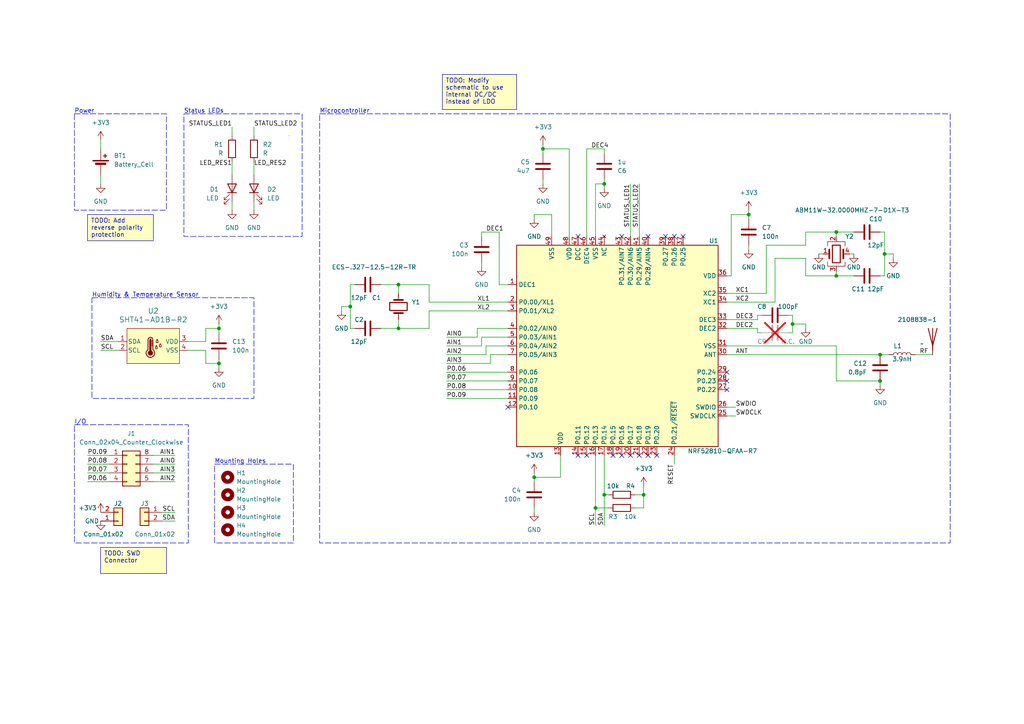
<source format=kicad_sch>
(kicad_sch (version 20230121) (generator eeschema)
  (paper "A4")
  (lib_symbols
    (symbol "Connector_Generic:Conn_01x02" (pin_names (offset 1.016) hide)
      (property "Reference" "J" (at 0 2.54 0))
      (property "Value" "Conn_01x02" (at 0 -5.08 0))
      (symbol "Conn_01x02_1_1"
        (rectangle (start -1.27 -2.413) (end 0 -2.667) (stroke (width 0.1524)))
        (rectangle (start -1.27 0.127) (end 0 -0.127) (stroke (width 0.1524)))
        (rectangle (start -1.27 1.27) (end 1.27 -3.81) (stroke (width 0.254)) (fill (type background)))
        (pin passive line (at -5.08 0 0) (length 3.81) (name "Pin_1") (number "1"))
        (pin passive line (at -5.08 -2.54 0) (length 3.81) (name "Pin_2") (number "2"))
      )
    )
    (symbol "Connector_Generic:Conn_02x04_Counter_Clockwise" (pin_names (offset 1.016) hide)
      (property "Reference" "J" (at 1.27 5.08 0))
      (property "Value" "Conn_02x04_Counter_Clockwise" (at 1.27 -7.62 0))
      (symbol "Conn_02x04_Counter_Clockwise_1_1"
        (rectangle (start -1.27 -4.953) (end 0 -5.207) (stroke (width 0.1524)))
        (rectangle (start -1.27 -2.413) (end 0 -2.667) (stroke (width 0.1524)))
        (rectangle (start -1.27 0.127) (end 0 -0.127) (stroke (width 0.1524)))
        (rectangle (start -1.27 2.667) (end 0 2.413) (stroke (width 0.1524)))
        (rectangle (start -1.27 3.81) (end 3.81 -6.35) (stroke (width 0.254)) (fill (type background)))
        (rectangle (start 3.81 -4.953) (end 2.54 -5.207) (stroke (width 0.1524)))
        (rectangle (start 3.81 -2.413) (end 2.54 -2.667) (stroke (width 0.1524)))
        (rectangle (start 3.81 0.127) (end 2.54 -0.127) (stroke (width 0.1524)))
        (rectangle (start 3.81 2.667) (end 2.54 2.413) (stroke (width 0.1524)))
        (pin passive line (at -5.08 2.54 0) (length 3.81) (name "Pin_1") (number "1"))
        (pin passive line (at -5.08 0 0) (length 3.81) (name "Pin_2") (number "2"))
        (pin passive line (at -5.08 -2.54 0) (length 3.81) (name "Pin_3") (number "3"))
        (pin passive line (at -5.08 -5.08 0) (length 3.81) (name "Pin_4") (number "4"))
        (pin passive line (at 7.62 -5.08 180) (length 3.81) (name "Pin_5") (number "5"))
        (pin passive line (at 7.62 -2.54 180) (length 3.81) (name "Pin_6") (number "6"))
        (pin passive line (at 7.62 0 180) (length 3.81) (name "Pin_7") (number "7"))
        (pin passive line (at 7.62 2.54 180) (length 3.81) (name "Pin_8") (number "8"))
      )
    )
    (symbol "Device:Antenna" (pin_numbers hide) (pin_names (offset 1.016) hide)
      (property "Reference" "AE" (at -1.905 1.905 0))
      (property "Value" "Antenna" (at -1.905 0 0))
      (symbol "Antenna_0_1"
        (polyline (pts (xy 0 2.54) (xy 0 -3.81)) (stroke (width 0.254)))
        (polyline (pts (xy 1.27 2.54) (xy 0 -2.54) (xy -1.27 2.54)) (stroke (width 0.254)))
      )
      (symbol "Antenna_1_1"
        (pin input line (at 0 -5.08 90) (length 2.54) (name "A") (number "1"))
      )
    )
    (symbol "Device:Battery_Cell" (pin_numbers hide) (pin_names (offset 0) hide)
      (property "Reference" "BT" (at 2.54 2.54 0))
      (property "Value" "Battery_Cell" (at 2.54 0 0))
      (symbol "Battery_Cell_0_1"
        (rectangle (start -2.286 1.778) (end 2.286 1.524) (fill (type outline)))
        (rectangle (start -1.524 1.016) (end 1.524 0.508) (fill (type outline)))
        (polyline (pts (xy 0 0.762) (xy 0 0)))
        (polyline (pts (xy 0 1.778) (xy 0 2.54)))
        (polyline (pts (xy 0.762 3.048) (xy 1.778 3.048)) (stroke (width 0.254)))
        (polyline (pts (xy 1.27 3.556) (xy 1.27 2.54)) (stroke (width 0.254)))
      )
      (symbol "Battery_Cell_1_1"
        (pin passive line (at 0 5.08 270) (length 2.54) (name "+") (number "1"))
        (pin passive line (at 0 -2.54 90) (length 2.54) (name "-") (number "2"))
      )
    )
    (symbol "Device:C" (pin_numbers hide) (pin_names (offset 0.254))
      (property "Reference" "C" (at 0.635 2.54 0))
      (property "Value" "C" (at 0.635 -2.54 0))
      (symbol "C_0_1"
        (polyline (pts (xy -2.032 -0.762) (xy 2.032 -0.762)) (stroke (width 0.508)))
        (polyline (pts (xy -2.032 0.762) (xy 2.032 0.762)) (stroke (width 0.508)))
      )
      (symbol "C_1_1"
        (pin passive line (at 0 3.81 270) (length 2.794) (name "~") (number "1"))
        (pin passive line (at 0 -3.81 90) (length 2.794) (name "~") (number "2"))
      )
    )
    (symbol "Device:Crystal" (pin_numbers hide) (pin_names (offset 1.016) hide)
      (property "Reference" "Y" (at 0 3.81 0))
      (property "Value" "Crystal" (at 0 -3.81 0))
      (symbol "Crystal_0_1"
        (rectangle (start -1.143 2.54) (end 1.143 -2.54) (stroke (width 0.3048)))
        (polyline (pts (xy -2.54 0) (xy -1.905 0)))
        (polyline (pts (xy -1.905 -1.27) (xy -1.905 1.27)) (stroke (width 0.508)))
        (polyline (pts (xy 1.905 -1.27) (xy 1.905 1.27)) (stroke (width 0.508)))
        (polyline (pts (xy 2.54 0) (xy 1.905 0)))
      )
      (symbol "Crystal_1_1"
        (pin passive line (at -3.81 0 0) (length 1.27) (name "1") (number "1"))
        (pin passive line (at 3.81 0 180) (length 1.27) (name "2") (number "2"))
      )
    )
    (symbol "Device:Crystal_GND23" (pin_names (offset 1.016) hide)
      (property "Reference" "Y" (at 3.175 5.08 0))
      (property "Value" "Crystal_GND23" (at 3.175 3.175 0))
      (symbol "Crystal_GND23_0_1"
        (rectangle (start -1.143 2.54) (end 1.143 -2.54) (stroke (width 0.3048)))
        (polyline (pts (xy -2.54 0) (xy -2.032 0)))
        (polyline (pts (xy -2.032 -1.27) (xy -2.032 1.27)) (stroke (width 0.508)))
        (polyline (pts (xy 0 -3.81) (xy 0 -3.556)))
        (polyline (pts (xy 0 3.556) (xy 0 3.81)))
        (polyline (pts (xy 2.032 -1.27) (xy 2.032 1.27)) (stroke (width 0.508)))
        (polyline (pts (xy 2.032 0) (xy 2.54 0)))
        (polyline (pts (xy -2.54 -2.286) (xy -2.54 -3.556) (xy 2.54 -3.556) (xy 2.54 -2.286)))
        (polyline (pts (xy -2.54 2.286) (xy -2.54 3.556) (xy 2.54 3.556) (xy 2.54 2.286)))
      )
      (symbol "Crystal_GND23_1_1"
        (pin passive line (at -3.81 0 0) (length 1.27) (name "1") (number "1"))
        (pin passive line (at 0 5.08 270) (length 1.27) (name "2") (number "2"))
        (pin passive line (at 0 -5.08 90) (length 1.27) (name "3") (number "3"))
        (pin passive line (at 3.81 0 180) (length 1.27) (name "4") (number "4"))
      )
    )
    (symbol "Device:L" (pin_numbers hide) (pin_names (offset 1.016) hide)
      (property "Reference" "L" (at -1.27 0 90))
      (property "Value" "L" (at 1.905 0 90))
      (symbol "L_0_1"
        (arc (start 0 -2.54) (mid 0.6323 -1.905) (end 0 -1.27))
        (arc (start 0 -1.27) (mid 0.6323 -0.635) (end 0 0))
        (arc (start 0 0) (mid 0.6323 0.635) (end 0 1.27))
        (arc (start 0 1.27) (mid 0.6323 1.905) (end 0 2.54))
      )
      (symbol "L_1_1"
        (pin passive line (at 0 3.81 270) (length 1.27) (name "1") (number "1"))
        (pin passive line (at 0 -3.81 90) (length 1.27) (name "2") (number "2"))
      )
    )
    (symbol "Device:LED" (pin_numbers hide) (pin_names (offset 1.016) hide)
      (property "Reference" "D" (at 0 2.54 0))
      (property "Value" "LED" (at 0 -2.54 0))
      (symbol "LED_0_1"
        (polyline (pts (xy -1.27 -1.27) (xy -1.27 1.27)) (stroke (width 0.254)))
        (polyline (pts (xy -1.27 0) (xy 1.27 0)))
        (polyline (pts (xy 1.27 -1.27) (xy 1.27 1.27) (xy -1.27 0) (xy 1.27 -1.27)) (stroke (width 0.254)))
        (polyline (pts (xy -3.048 -0.762) (xy -4.572 -2.286) (xy -3.81 -2.286) (xy -4.572 -2.286) (xy -4.572 -1.524)))
        (polyline (pts (xy -1.778 -0.762) (xy -3.302 -2.286) (xy -2.54 -2.286) (xy -3.302 -2.286) (xy -3.302 -1.524)))
      )
      (symbol "LED_1_1"
        (pin passive line (at -3.81 0 0) (length 2.54) (name "K") (number "1"))
        (pin passive line (at 3.81 0 180) (length 2.54) (name "A") (number "2"))
      )
    )
    (symbol "Device:R" (pin_numbers hide) (pin_names (offset 0))
      (property "Reference" "R" (at 2.032 0 90))
      (property "Value" "R" (at 0 0 90))
      (symbol "R_0_1"
        (rectangle (start -1.016 -2.54) (end 1.016 2.54) (stroke (width 0.254)))
      )
      (symbol "R_1_1"
        (pin passive line (at 0 3.81 270) (length 1.27) (name "~") (number "1"))
        (pin passive line (at 0 -3.81 90) (length 1.27) (name "~") (number "2"))
      )
    )
    (symbol "Mechanical:MountingHole" (pin_names (offset 1.016))
      (property "Reference" "H" (at 0 5.08 0))
      (property "Value" "MountingHole" (at 0 3.175 0))
      (symbol "MountingHole_0_1"
        (circle (center 0 0) (radius 1.27) (stroke (width 1.27)))
      )
    )
    (symbol "encyclopedia_galactica:NRF52810-QFAA-R7"
      (property "Reference" "U" (at 0 54.61 0))
      (property "Value" "NRF52810-QFAA-R7" (at 0 52.07 0))
      (symbol "NRF52810-QFAA-R7_0_1"
        (rectangle (start -29.21 29.21) (end 29.21 -29.21) (stroke (width 0.254)) (fill (type background)))
      )
      (symbol "NRF52810-QFAA-R7_1_1"
        (pin passive line (at -31.75 17.78 0) (length 2.54) (name "DEC1") (number "1"))
        (pin bidirectional line (at -31.75 -12.7 0) (length 2.54) (name "P0.08") (number "10"))
        (pin bidirectional line (at -31.75 -15.24 0) (length 2.54) (name "P0.09") (number "11"))
        (pin bidirectional line (at -31.75 -17.78 0) (length 2.54) (name "P0.10") (number "12"))
        (pin power_in line (at -16.51 -31.75 90) (length 2.54) (name "VDD") (number "13"))
        (pin bidirectional line (at -11.43 -31.75 90) (length 2.54) (name "P0.11") (number "14"))
        (pin bidirectional line (at -8.89 -31.75 90) (length 2.54) (name "P0.12") (number "15"))
        (pin bidirectional line (at -6.35 -31.75 90) (length 2.54) (name "P0.13") (number "16"))
        (pin bidirectional line (at -3.81 -31.75 90) (length 2.54) (name "P0.14") (number "17"))
        (pin bidirectional line (at -1.27 -31.75 90) (length 2.54) (name "P0.15") (number "18"))
        (pin bidirectional line (at 1.27 -31.75 90) (length 2.54) (name "P0.16") (number "19"))
        (pin bidirectional line (at -31.75 12.7 0) (length 2.54) (name "P0.00/XL1") (number "2"))
        (pin bidirectional line (at 3.81 -31.75 90) (length 2.54) (name "P0.17") (number "20"))
        (pin bidirectional line (at 6.35 -31.75 90) (length 2.54) (name "P0.18") (number "21"))
        (pin bidirectional line (at 8.89 -31.75 90) (length 2.54) (name "P0.19") (number "22"))
        (pin bidirectional line (at 11.43 -31.75 90) (length 2.54) (name "P0.20") (number "23"))
        (pin bidirectional line (at 16.51 -31.75 90) (length 2.54) (name "P0.21/~{RESET}") (number "24"))
        (pin input line (at 31.75 -20.32 180) (length 2.54) (name "SWDCLK") (number "25"))
        (pin bidirectional line (at 31.75 -17.78 180) (length 2.54) (name "SWDIO") (number "26"))
        (pin bidirectional line (at 31.75 -12.7 180) (length 2.54) (name "P0.22") (number "27"))
        (pin bidirectional line (at 31.75 -10.16 180) (length 2.54) (name "P0.23") (number "28"))
        (pin bidirectional line (at 31.75 -7.62 180) (length 2.54) (name "P0.24") (number "29"))
        (pin bidirectional line (at -31.75 10.16 0) (length 2.54) (name "P0.01/XL2") (number "3"))
        (pin passive line (at 31.75 -2.54 180) (length 2.54) (name "ANT") (number "30"))
        (pin power_in line (at 31.75 0 180) (length 2.54) (name "VSS") (number "31"))
        (pin passive line (at 31.75 5.08 180) (length 2.54) (name "DEC2") (number "32"))
        (pin passive line (at 31.75 7.62 180) (length 2.54) (name "DEC3") (number "33"))
        (pin input line (at 31.75 12.7 180) (length 2.54) (name "XC1") (number "34"))
        (pin input line (at 31.75 15.24 180) (length 2.54) (name "XC2") (number "35"))
        (pin passive line (at 31.75 20.32 180) (length 2.54) (name "VDD") (number "36"))
        (pin bidirectional line (at 19.05 31.75 270) (length 2.54) (name "P0.25") (number "37"))
        (pin bidirectional line (at 16.51 31.75 270) (length 2.54) (name "P0.26") (number "38"))
        (pin bidirectional line (at 13.97 31.75 270) (length 2.54) (name "P0.27") (number "39"))
        (pin bidirectional line (at -31.75 5.08 0) (length 2.54) (name "P0.02/AIN0") (number "4"))
        (pin bidirectional line (at 8.89 31.75 270) (length 2.54) (name "P0.28/AIN4") (number "40"))
        (pin bidirectional line (at 6.35 31.75 270) (length 2.54) (name "P0.29/AIN5") (number "41"))
        (pin bidirectional line (at 3.81 31.75 270) (length 2.54) (name "P0.30/AIN6") (number "42"))
        (pin bidirectional line (at 1.27 31.75 270) (length 2.54) (name "P0.31/AIN7") (number "43"))
        (pin no_connect line (at -3.81 31.75 270) (length 2.54) (name "NC") (number "44"))
        (pin passive line (at -6.35 31.75 270) (length 2.54) (name "VSS") (number "45"))
        (pin passive line (at -8.89 31.75 270) (length 2.54) (name "DEC4") (number "46"))
        (pin power_out line (at -11.43 31.75 270) (length 2.54) (name "DCC") (number "47"))
        (pin passive line (at -13.97 31.75 270) (length 2.54) (name "VDD") (number "48"))
        (pin passive line (at -19.05 31.75 270) (length 2.54) (name "VSS") (number "49"))
        (pin bidirectional line (at -31.75 2.54 0) (length 2.54) (name "P0.03/AIN1") (number "5"))
        (pin bidirectional line (at -31.75 0 0) (length 2.54) (name "P0.04/AIN2") (number "6"))
        (pin bidirectional line (at -31.75 -2.54 0) (length 2.54) (name "P0.05/AIN3") (number "7"))
        (pin bidirectional line (at -31.75 -7.62 0) (length 2.54) (name "P0.06") (number "8"))
        (pin bidirectional line (at -31.75 -10.16 0) (length 2.54) (name "P0.07") (number "9"))
      )
    )
    (symbol "encyclopedia_galactica:SHT41-AD1B-R2" (pin_names (offset 0.254))
      (property "Reference" "U" (at 0 13.97 0))
      (property "Value" "SHT41-AD1B-R2" (at 0 11.43 0))
      (symbol "SHT41-AD1B-R2_0_0"
        (polyline (pts (xy -0.7782 -2.7679) (xy -0.7538 -2.7614) (xy -0.6273 -2.7452) (xy -0.5713 -2.733) (xy -0.4386 -2.65) (xy -0.3005 -2.5149) (xy -0.1862 -2.3589) (xy -0.1253 -2.2133) (xy -0.1122 -1.9777) (xy -0.1841 -1.7536) (xy -0.3553 -1.5359) (xy -0.5465 -1.3446) (xy -0.5465 0.2882) (xy -0.5465 1.9209) (xy -0.6855 2.012) (xy -0.7691 2.0613) (xy -0.8546 2.0708) (xy -0.9634 2.012) (xy -1.1023 1.9209) (xy -1.1023 0.2767) (xy -1.1023 -1.3675) (xy -1.2424 -1.4777) (xy -1.2888 -1.5171) (xy -1.4497 -1.7284) (xy -1.5229 -1.9679) (xy -1.5126 -2.2124) (xy -1.4228 -2.4384) (xy -1.2576 -2.6226) (xy -1.0211 -2.7416) (xy -0.8813 -2.7694) (xy -0.7782 -2.7679)) (stroke (width 0.01)) (fill (type outline)))
        (polyline (pts (xy 2.1727 -0.3391) (xy 2.3119 -0.2679) (xy 2.3683 -0.175) (xy 2.3992 -0.0278) (xy 2.3871 0.0546) (xy 2.337 0.2108) (xy 2.2619 0.3868) (xy 2.177 0.5511) (xy 2.0973 0.6727) (xy 2.0379 0.7202) (xy 1.9994 0.6955) (xy 1.9245 0.5928) (xy 1.8393 0.4391) (xy 1.7593 0.2658) (xy 1.6999 0.1045) (xy 1.6767 -0.0135) (xy 1.6805 -0.0349) (xy 1.7878 -0.0349) (xy 1.7977 0.0177) (xy 1.8421 0.1542) (xy 1.9103 0.3256) (xy 2.0328 0.6103) (xy 2.1597 0.3359) (xy 2.2226 0.1922) (xy 2.2764 0.0231) (xy 2.275 -0.0919) (xy 2.2213 -0.1774) (xy 2.1655 -0.214) (xy 2.0379 -0.2441) (xy 1.9584 -0.2324) (xy 1.8367 -0.1559) (xy 1.7878 -0.0349) (xy 1.6805 -0.0349) (xy 1.6952 -0.1171) (xy 1.7686 -0.2536) (xy 1.8305 -0.3015) (xy 1.9945 -0.3498) (xy 2.1727 -0.3391)) (stroke (width 0.01)) (fill (type outline)))
        (polyline (pts (xy 1.2779 0.8852) (xy 1.3876 0.9342) (xy 1.439 1.0346) (xy 1.4494 1.2197) (xy 1.4056 1.4476) (xy 1.3104 1.6903) (xy 1.2438 1.815) (xy 1.1682 1.9333) (xy 1.1209 1.9791) (xy 1.087 1.9506) (xy 1.016 1.8457) (xy 0.9313 1.6903) (xy 0.8493 1.4902) (xy 0.7962 1.2577) (xy 0.7964 1.2083) (xy 0.8985 1.2083) (xy 0.907 1.2863) (xy 0.947 1.4367) (xy 1.0063 1.5899) (xy 1.0699 1.7089) (xy 1.1227 1.7568) (xy 1.1687 1.7194) (xy 1.2295 1.6057) (xy 1.286 1.4514) (xy 1.3252 1.2933) (xy 1.3338 1.1679) (xy 1.3235 1.1054) (xy 1.2709 1.0212) (xy 1.1467 0.9899) (xy 1.1356 0.9889) (xy 0.987 0.994) (xy 0.9164 1.0597) (xy 0.8985 1.2083) (xy 0.7964 1.2083) (xy 0.7968 1.063) (xy 0.8541 0.9342) (xy 0.9555 0.8871) (xy 1.116 0.8695) (xy 1.2779 0.8852)) (stroke (width 0.01)) (fill (type outline)))
        (polyline (pts (xy 1.1245 -0.8535) (xy 1.1312 -0.8498) (xy 1.2085 -0.7577) (xy 1.2315 -0.5895) (xy 1.2238 -0.507) (xy 1.1823 -0.3342) (xy 1.116 -0.1464) (xy 1.038 0.0259) (xy 0.9612 0.1517) (xy 0.8985 0.2005) (xy 0.864 0.1827) (xy 0.7914 0.0847) (xy 0.7123 -0.0722) (xy 0.6397 -0.2572) (xy 0.5864 -0.4397) (xy 0.5682 -0.5702) (xy 0.6762 -0.5702) (xy 0.6847 -0.4923) (xy 0.7246 -0.3419) (xy 0.784 -0.1887) (xy 0.8476 -0.0697) (xy 0.9004 -0.0218) (xy 0.9464 -0.0591) (xy 1.0072 -0.1728) (xy 1.0637 -0.3271) (xy 1.1029 -0.4853) (xy 1.1115 -0.6106) (xy 1.1012 -0.6731) (xy 1.0485 -0.7574) (xy 0.9243 -0.7887) (xy 0.9133 -0.7897) (xy 0.7647 -0.7846) (xy 0.6941 -0.7188) (xy 0.6762 -0.5702) (xy 0.5682 -0.5702) (xy 0.5656 -0.5887) (xy 0.5845 -0.7427) (xy 0.6623 -0.851) (xy 0.7257 -0.88) (xy 0.9286 -0.906) (xy 1.1245 -0.8535)) (stroke (width 0.01)) (fill (type outline)))
        (polyline (pts (xy -0.5545 -3.3797) (xy -0.2175 -3.2426) (xy 0.0945 -2.9972) (xy 0.1243 -2.9669) (xy 0.3463 -2.6832) (xy 0.4707 -2.3844) (xy 0.5089 -2.044) (xy 0.476 -1.8294) (xy 0.3828 -1.5698) (xy 0.2505 -1.3237) (xy 0.1 -1.1376) (xy -0.0463 -1.0029) (xy -0.0464 0.4742) (xy -0.0467 0.7893) (xy -0.0488 1.1761) (xy -0.0534 1.4752) (xy -0.0614 1.7005) (xy -0.0736 1.8661) (xy -0.0909 1.986) (xy -0.1139 2.0742) (xy -0.1437 2.1447) (xy -0.2598 2.3183) (xy -0.4689 2.4887) (xy -0.7142 2.5745) (xy -0.9722 2.5687) (xy -1.2192 2.4643) (xy -1.2384 2.4513) (xy -1.3421 2.3751) (xy -1.424 2.294) (xy -1.4867 2.1948) (xy -1.5327 2.0641) (xy -1.5646 1.8887) (xy -1.585 1.6553) (xy -1.5964 1.3506) (xy -1.6014 0.9613) (xy -1.6025 0.4742) (xy -1.6026 -1.0029) (xy -1.7489 -1.1376) (xy -1.8907 -1.3105) (xy -2.0247 -1.5544) (xy -2.1208 -1.8145) (xy -2.1578 -2.044) (xy -2.1575 -2.0827) (xy -2.138 -2.2218) (xy -1.9808 -2.2218) (xy -1.9707 -1.897) (xy -1.8626 -1.5804) (xy -1.6554 -1.2905) (xy -1.4358 -1.0597) (xy -1.4358 0.4346) (xy -1.4358 0.4797) (xy -1.4346 0.9365) (xy -1.4309 1.2963) (xy -1.424 1.572) (xy -1.4133 1.7764) (xy -1.398 1.9226) (xy -1.3777 2.0235) (xy -1.3515 2.0921) (xy -1.3513 2.0925) (xy -1.216 2.2564) (xy -1.0244 2.3768) (xy -0.8244 2.4237) (xy -0.7891 2.4224) (xy -0.5709 2.3561) (xy -0.3871 2.2073) (xy -0.2603 2.0002) (xy -0.2131 1.7595) (xy -0.2144 1.7118) (xy -0.2434 1.6157) (xy -0.3242 1.59) (xy -0.389 1.5745) (xy -0.4354 1.5066) (xy -0.4147 1.458) (xy -0.3242 1.4233) (xy -0.2391 1.3933) (xy -0.2131 1.2843) (xy -0.237 1.1779) (xy -0.3242 1.1454) (xy -0.389 1.1299) (xy -0.4354 1.062) (xy -0.4147 1.0134) (xy -0.3242 0.9786) (xy -0.2391 0.9486) (xy -0.2131 0.8397) (xy -0.237 0.7333) (xy -0.3242 0.7007) (xy -0.389 0.6853) (xy -0.4354 0.6174) (xy -0.4147 0.5687) (xy -0.3242 0.534) (xy -0.2391 0.504) (xy -0.2131 0.395) (xy -0.237 0.2887) (xy -0.3242 0.2561) (xy -0.389 0.2406) (xy -0.4354 0.1727) (xy -0.4147 0.1241) (xy -0.3242 0.0894) (xy -0.3128 0.0892) (xy -0.2667 0.0778) (xy -0.2375 0.0345) (xy -0.2213 -0.0606) (xy -0.2145 -0.2272) (xy -0.2131 -0.4852) (xy -0.2131 -1.0597) (xy 0.0065 -1.2905) (xy 0.1132 -1.418) (xy 0.2758 -1.7239) (xy 0.3386 -2.0486) (xy 0.3025 -2.3736) (xy 0.168 -2.6806) (xy -0.0639 -2.9511) (xy -0.1168 -2.9941) (xy -0.3007 -3.1115) (xy -0.4755 -3.1865) (xy -0.586 -3.2131) (xy -0.9384 -3.2355) (xy -1.2628 -3.1514) (xy -1.568 -2.9592) (xy -1.7106 -2.8208) (xy -1.8938 -2.5359) (xy -1.9808 -2.2218) (xy -2.138 -2.2218) (xy -2.1106 -2.4174) (xy -1.9764 -2.7137) (xy -1.7434 -2.9978) (xy -1.5826 -3.142) (xy -1.4085 -3.2682) (xy -1.2691 -3.3395) (xy -0.9161 -3.4084) (xy -0.5545 -3.3797)) (stroke (width 0.01)) (fill (type outline)))
      )
      (symbol "SHT41-AD1B-R2_1_1"
        (rectangle (start -7.62 5.08) (end 7.62 -5.08) (fill (type background)))
        (pin bidirectional line (at -10.16 1.27 0) (length 2.54) (name "SDA") (number "1"))
        (pin input line (at -10.16 -1.27 0) (length 2.54) (name "SCL") (number "2"))
        (pin power_in line (at 10.16 1.27 180) (length 2.54) (name "VDD") (number "3"))
        (pin power_out line (at 10.16 -1.27 180) (length 2.54) (name "VSS") (number "4"))
      )
    )
    (symbol "power:+3V3" (power) (pin_names (offset 0))
      (property "Value" "+3V3" (at 0 3.556 0))
      (symbol "+3V3_0_1"
        (polyline (pts (xy -0.762 1.27) (xy 0 2.54)))
        (polyline (pts (xy 0 0) (xy 0 2.54)))
        (polyline (pts (xy 0 2.54) (xy 0.762 1.27)))
      )
      (symbol "+3V3_1_1"
        (pin power_in line (at 0 0 90) (length 0) hide (name "+3V3") (number "1"))
      )
    )
    (symbol "power:GND" (power) (pin_names (offset 0))
      (property "Value" "GND" (at 0 -3.81 0))
      (symbol "GND_0_1"
        (polyline (pts (xy 0 0) (xy 0 -1.27) (xy 1.27 -1.27) (xy 0 -2.54) (xy -1.27 -1.27) (xy 0 -1.27)))
      )
      (symbol "GND_1_1"
        (pin power_in line (at 0 0 270) (length 0) hide (name "GND") (number "1"))
      )
    )
  )
  (junction (at 242.57 67.31))
  (junction (at 175.26 143.51))
  (junction (at 255.27 110.49))
  (junction (at 175.26 53.34))
  (junction (at 186.69 143.51))
  (junction (at 255.27 102.87))
  (junction (at 115.57 95.25))
  (junction (at 63.5 105.41))
  (junction (at 154.94 138.43))
  (junction (at 217.17 62.23))
  (junction (at 242.57 80.01))
  (junction (at 101.6 88.9))
  (junction (at 229.87 93.98))
  (junction (at 115.57 82.55))
  (junction (at 63.5 95.25))
  (junction (at 256.54 73.66))
  (junction (at 157.48 43.18))
  (junction (at 172.72 147.32))
  (no_connect (at 182.88 132.08))
  (no_connect (at 147.32 118.11))
  (no_connect (at 210.82 113.03))
  (no_connect (at 210.82 110.49))
  (no_connect (at 167.64 132.08))
  (no_connect (at 180.34 132.08))
  (no_connect (at 170.18 132.08))
  (no_connect (at 177.8 132.08))
  (no_connect (at 190.5 132.08))
  (no_connect (at 187.96 68.58))
  (no_connect (at 185.42 132.08))
  (no_connect (at 180.34 68.58))
  (no_connect (at 187.96 132.08))
  (no_connect (at 195.58 68.58))
  (no_connect (at 193.04 68.58))
  (no_connect (at 210.82 107.95))
  (no_connect (at 198.12 68.58))
  (no_connect (at 167.64 68.58))
  (wire (pts (xy 129.54 100.33) (xy 139.7 100.33)))
  (wire (pts (xy 139.7 76.2) (xy 139.7 77.47)))
  (wire (pts (xy 101.6 95.25) (xy 101.6 88.9)))
  (wire (pts (xy 175.26 52.07) (xy 175.26 53.34)))
  (wire (pts (xy 242.57 80.01) (xy 242.57 78.74)))
  (wire (pts (xy 212.09 80.01) (xy 210.82 80.01)))
  (wire (pts (xy 29.21 101.6) (xy 34.29 101.6)))
  (wire (pts (xy 147.32 97.79) (xy 139.7 97.79)))
  (wire (pts (xy 222.25 71.12) (xy 222.25 85.09)))
  (wire (pts (xy 157.48 52.07) (xy 157.48 53.34)))
  (wire (pts (xy 129.54 115.57) (xy 147.32 115.57)))
  (wire (pts (xy 233.68 93.98) (xy 229.87 93.98)))
  (wire (pts (xy 184.15 143.51) (xy 186.69 143.51)))
  (wire (pts (xy 224.79 74.93) (xy 233.68 74.93)))
  (wire (pts (xy 63.5 93.98) (xy 63.5 95.25)))
  (wire (pts (xy 115.57 82.55) (xy 115.57 85.09)))
  (wire (pts (xy 124.46 82.55) (xy 124.46 87.63)))
  (wire (pts (xy 265.43 102.87) (xy 270.51 102.87)))
  (wire (pts (xy 29.21 50.8) (xy 29.21 53.34)))
  (wire (pts (xy 172.72 147.32) (xy 176.53 147.32)))
  (wire (pts (xy 182.88 53.34) (xy 182.88 68.58)))
  (wire (pts (xy 140.97 100.33) (xy 140.97 102.87)))
  (wire (pts (xy 44.45 137.16) (xy 50.8 137.16)))
  (wire (pts (xy 59.69 95.25) (xy 63.5 95.25)))
  (wire (pts (xy 175.26 143.51) (xy 175.26 152.4)))
  (wire (pts (xy 256.54 80.01) (xy 256.54 73.66)))
  (wire (pts (xy 220.98 96.52) (xy 219.71 96.52)))
  (wire (pts (xy 185.42 53.34) (xy 185.42 68.58)))
  (wire (pts (xy 67.31 36.83) (xy 67.31 39.37)))
  (wire (pts (xy 175.26 143.51) (xy 176.53 143.51)))
  (wire (pts (xy 102.87 95.25) (xy 101.6 95.25)))
  (wire (pts (xy 154.94 147.32) (xy 154.94 148.59)))
  (wire (pts (xy 129.54 102.87) (xy 140.97 102.87)))
  (wire (pts (xy 129.54 107.95) (xy 147.32 107.95)))
  (wire (pts (xy 129.54 110.49) (xy 147.32 110.49)))
  (wire (pts (xy 139.7 68.58) (xy 139.7 67.31)))
  (wire (pts (xy 29.21 40.64) (xy 29.21 43.18)))
  (wire (pts (xy 154.94 138.43) (xy 162.56 138.43)))
  (wire (pts (xy 144.78 82.55) (xy 144.78 67.31)))
  (wire (pts (xy 144.78 67.31) (xy 139.7 67.31)))
  (wire (pts (xy 172.72 147.32) (xy 172.72 152.4)))
  (wire (pts (xy 147.32 95.25) (xy 138.43 95.25)))
  (wire (pts (xy 233.68 95.25) (xy 233.68 93.98)))
  (wire (pts (xy 255.27 102.87) (xy 257.81 102.87)))
  (wire (pts (xy 229.87 93.98) (xy 229.87 96.52)))
  (wire (pts (xy 59.69 99.06) (xy 59.69 95.25)))
  (wire (pts (xy 44.45 139.7) (xy 50.8 139.7)))
  (wire (pts (xy 217.17 60.96) (xy 217.17 62.23)))
  (wire (pts (xy 63.5 95.25) (xy 63.5 96.52)))
  (wire (pts (xy 242.57 67.31) (xy 233.68 67.31)))
  (wire (pts (xy 238.76 73.66) (xy 237.49 73.66)))
  (wire (pts (xy 170.18 43.18) (xy 170.18 68.58)))
  (wire (pts (xy 129.54 113.03) (xy 147.32 113.03)))
  (wire (pts (xy 220.98 91.44) (xy 219.71 91.44)))
  (wire (pts (xy 154.94 138.43) (xy 154.94 139.7)))
  (wire (pts (xy 165.1 43.18) (xy 157.48 43.18)))
  (wire (pts (xy 228.6 91.44) (xy 229.87 91.44)))
  (wire (pts (xy 25.4 134.62) (xy 31.75 134.62)))
  (wire (pts (xy 154.94 137.16) (xy 154.94 138.43)))
  (wire (pts (xy 210.82 100.33) (xy 242.57 100.33)))
  (wire (pts (xy 99.06 90.17) (xy 99.06 88.9)))
  (wire (pts (xy 210.82 102.87) (xy 255.27 102.87)))
  (wire (pts (xy 110.49 82.55) (xy 115.57 82.55)))
  (wire (pts (xy 142.24 102.87) (xy 142.24 105.41)))
  (wire (pts (xy 139.7 97.79) (xy 139.7 100.33)))
  (wire (pts (xy 157.48 41.91) (xy 157.48 43.18)))
  (wire (pts (xy 25.4 137.16) (xy 31.75 137.16)))
  (wire (pts (xy 165.1 68.58) (xy 165.1 43.18)))
  (wire (pts (xy 172.72 132.08) (xy 172.72 147.32)))
  (wire (pts (xy 224.79 74.93) (xy 224.79 87.63)))
  (wire (pts (xy 184.15 147.32) (xy 186.69 147.32)))
  (wire (pts (xy 186.69 143.51) (xy 186.69 140.97)))
  (wire (pts (xy 175.26 132.08) (xy 175.26 143.51)))
  (wire (pts (xy 242.57 67.31) (xy 242.57 68.58)))
  (wire (pts (xy 256.54 67.31) (xy 255.27 67.31)))
  (wire (pts (xy 233.68 80.01) (xy 242.57 80.01)))
  (wire (pts (xy 73.66 58.42) (xy 73.66 60.96)))
  (wire (pts (xy 195.58 132.08) (xy 195.58 134.62)))
  (wire (pts (xy 242.57 100.33) (xy 242.57 110.49)))
  (wire (pts (xy 247.65 73.66) (xy 246.38 73.66)))
  (wire (pts (xy 217.17 62.23) (xy 217.17 63.5)))
  (wire (pts (xy 50.8 148.59) (xy 46.99 148.59)))
  (wire (pts (xy 138.43 95.25) (xy 138.43 97.79)))
  (wire (pts (xy 242.57 110.49) (xy 255.27 110.49)))
  (wire (pts (xy 115.57 95.25) (xy 124.46 95.25)))
  (wire (pts (xy 25.4 132.08) (xy 31.75 132.08)))
  (wire (pts (xy 210.82 95.25) (xy 219.71 95.25)))
  (wire (pts (xy 50.8 151.13) (xy 46.99 151.13)))
  (wire (pts (xy 217.17 71.12) (xy 217.17 72.39)))
  (wire (pts (xy 25.4 139.7) (xy 31.75 139.7)))
  (wire (pts (xy 63.5 105.41) (xy 63.5 106.68)))
  (wire (pts (xy 157.48 43.18) (xy 157.48 44.45)))
  (wire (pts (xy 259.08 74.93) (xy 259.08 73.66)))
  (wire (pts (xy 124.46 87.63) (xy 147.32 87.63)))
  (wire (pts (xy 124.46 90.17) (xy 147.32 90.17)))
  (wire (pts (xy 67.31 58.42) (xy 67.31 60.96)))
  (wire (pts (xy 160.02 62.23) (xy 154.94 62.23)))
  (wire (pts (xy 67.31 46.99) (xy 67.31 50.8)))
  (wire (pts (xy 44.45 132.08) (xy 50.8 132.08)))
  (wire (pts (xy 115.57 82.55) (xy 124.46 82.55)))
  (wire (pts (xy 210.82 92.71) (xy 219.71 92.71)))
  (wire (pts (xy 212.09 62.23) (xy 217.17 62.23)))
  (wire (pts (xy 175.26 43.18) (xy 175.26 44.45)))
  (wire (pts (xy 228.6 96.52) (xy 229.87 96.52)))
  (wire (pts (xy 255.27 80.01) (xy 256.54 80.01)))
  (wire (pts (xy 138.43 97.79) (xy 129.54 97.79)))
  (wire (pts (xy 124.46 95.25) (xy 124.46 90.17)))
  (wire (pts (xy 175.26 53.34) (xy 175.26 54.61)))
  (wire (pts (xy 210.82 120.65) (xy 213.36 120.65)))
  (wire (pts (xy 101.6 88.9) (xy 101.6 82.55)))
  (wire (pts (xy 170.18 43.18) (xy 175.26 43.18)))
  (wire (pts (xy 73.66 46.99) (xy 73.66 50.8)))
  (wire (pts (xy 147.32 102.87) (xy 142.24 102.87)))
  (wire (pts (xy 186.69 147.32) (xy 186.69 143.51)))
  (wire (pts (xy 63.5 104.14) (xy 63.5 105.41)))
  (wire (pts (xy 224.79 87.63) (xy 210.82 87.63)))
  (wire (pts (xy 219.71 95.25) (xy 219.71 96.52)))
  (wire (pts (xy 233.68 67.31) (xy 233.68 71.12)))
  (wire (pts (xy 142.24 105.41) (xy 129.54 105.41)))
  (wire (pts (xy 44.45 134.62) (xy 50.8 134.62)))
  (wire (pts (xy 255.27 110.49) (xy 255.27 111.76)))
  (wire (pts (xy 54.61 99.06) (xy 59.69 99.06)))
  (wire (pts (xy 256.54 73.66) (xy 256.54 67.31)))
  (wire (pts (xy 172.72 53.34) (xy 175.26 53.34)))
  (wire (pts (xy 259.08 73.66) (xy 256.54 73.66)))
  (wire (pts (xy 59.69 101.6) (xy 59.69 105.41)))
  (wire (pts (xy 154.94 62.23) (xy 154.94 63.5)))
  (wire (pts (xy 160.02 68.58) (xy 160.02 62.23)))
  (wire (pts (xy 147.32 82.55) (xy 144.78 82.55)))
  (wire (pts (xy 73.66 36.83) (xy 73.66 39.37)))
  (wire (pts (xy 233.68 80.01) (xy 233.68 74.93)))
  (wire (pts (xy 247.65 67.31) (xy 242.57 67.31)))
  (wire (pts (xy 54.61 101.6) (xy 59.69 101.6)))
  (wire (pts (xy 229.87 91.44) (xy 229.87 93.98)))
  (wire (pts (xy 115.57 92.71) (xy 115.57 95.25)))
  (wire (pts (xy 29.21 99.06) (xy 34.29 99.06)))
  (wire (pts (xy 110.49 95.25) (xy 115.57 95.25)))
  (wire (pts (xy 147.32 100.33) (xy 140.97 100.33)))
  (wire (pts (xy 59.69 105.41) (xy 63.5 105.41)))
  (wire (pts (xy 162.56 132.08) (xy 162.56 138.43)))
  (wire (pts (xy 212.09 62.23) (xy 212.09 80.01)))
  (wire (pts (xy 172.72 53.34) (xy 172.72 68.58)))
  (wire (pts (xy 210.82 118.11) (xy 213.36 118.11)))
  (wire (pts (xy 222.25 71.12) (xy 233.68 71.12)))
  (wire (pts (xy 99.06 88.9) (xy 101.6 88.9)))
  (wire (pts (xy 247.65 80.01) (xy 242.57 80.01)))
  (wire (pts (xy 210.82 85.09) (xy 222.25 85.09)))
  (wire (pts (xy 101.6 82.55) (xy 102.87 82.55)))
  (wire (pts (xy 219.71 91.44) (xy 219.71 92.71)))
  (rectangle (start 53.34 33.02) (end 87.63 68.58) (stroke (width 0) (type dash)))
  (rectangle (start 21.59 123.19) (end 54.61 157.48) (stroke (width 0) (type dash)))
  (rectangle (start 21.59 33.02) (end 48.26 60.96) (stroke (width 0) (type dash)))
  (rectangle (start 92.71 33.02) (end 275.59 157.48) (stroke (width 0) (type dash)))
  (rectangle (start 26.67 86.36) (end 73.66 115.57) (stroke (width 0) (type dash)))
  (rectangle (start 62.23 134.62) (end 85.09 157.48) (stroke (width 0) (type dash)))
  (rectangle (start 83.82 39.37) (end 83.82 39.37))
  (text_box "TODO: Add reverse polarity protection" (at 25.4 62.23 0) (size 19.05 7.62) (fill (type color) (color 255 255 194 1)) (effects (font (size 1.27 1.27)) (justify left top)))
  (text_box "TODO: SWD Connector" (at 29.21 158.75 0) (size 19.05 7.62) (fill (type color) (color 255 255 194 1)) (effects (font (size 1.27 1.27)) (justify left top)))
  (text_box "TODO: Modify schematic to use internal DC/DC instead of LDO" (at 128.27 21.59 0) (size 21.59 10.16) (fill (type color) (color 255 255 194 1)) (effects (font (size 1.27 1.27)) (justify left top)))
  (text "Humidity & Temperature Sensor" (at 26.67 86.36 0) (effects (font (size 1.27 1.27)) (justify left bottom)))
  (text "Microcontroller" (at 92.71 33.02 0) (effects (font (size 1.27 1.27)) (justify left bottom)))
  (text "Mounting Holes" (at 62.23 134.62 0) (effects (font (size 1.27 1.27)) (justify left bottom)))
  (text "I/O" (at 21.59 123.19 0) (effects (font (size 1.27 1.27)) (justify left bottom)))
  (text "Status LEDs" (at 53.34 33.02 0) (effects (font (size 1.27 1.27)) (justify left bottom)))
  (text "Power" (at 21.59 33.02 0) (effects (font (size 1.27 1.27)) (justify left bottom)))
  (label "P0.06" (at 25.4 139.7 0))
  (label "ANT" (at 213.36 102.87 0))
  (label "AIN0" (at 129.54 97.79 0))
  (label "P0.06" (at 129.54 107.95 0))
  (label "SDA" (at 29.21 99.06 0))
  (label "AIN2" (at 50.8 139.7 180))
  (label "SCL" (at 50.8 148.59 180))
  (label "SWDIO" (at 213.36 118.11 0))
  (label "XC1" (at 213.36 85.09 0))
  (label "STATUS_LED1" (at 67.31 36.83 180))
  (label "SCL" (at 172.72 152.4 90))
  (label "DEC3" (at 213.36 92.71 0))
  (label "P0.08" (at 129.54 113.03 0))
  (label "P0.09" (at 25.4 132.08 0))
  (label "RF" (at 266.7 102.87 0))
  (label "STATUS_LED2" (at 185.42 53.34 270))
  (label "XL2" (at 138.43 90.17 0))
  (label "AIN3" (at 129.54 105.41 0))
  (label "DEC2" (at 213.36 95.25 0))
  (label "P0.08" (at 25.4 134.62 0))
  (label "AIN3" (at 50.8 137.16 180))
  (label "LED_RES1" (at 67.31 48.26 180))
  (label "DEC1" (at 140.97 67.31 0))
  (label "SDA" (at 175.26 152.4 90))
  (label "P0.07" (at 129.54 110.49 0))
  (label "SCL" (at 29.21 101.6 0))
  (label "P0.07" (at 25.4 137.16 0))
  (label "STATUS_LED2" (at 73.66 36.83 0))
  (label "P0.09" (at 129.54 115.57 0))
  (label "AIN1" (at 50.8 132.08 180))
  (label "SWDCLK" (at 213.36 120.65 0))
  (label "STATUS_LED1" (at 182.88 53.34 270))
  (label "DEC4" (at 171.45 43.18 0))
  (label "XL1" (at 138.43 87.63 0))
  (label "AIN2" (at 129.54 102.87 0))
  (label "XC2" (at 213.36 87.63 0))
  (label "LED_RES2" (at 73.66 48.26 0))
  (label "AIN1" (at 129.54 100.33 0))
  (label "RESET" (at 195.58 134.62 270))
  (label "AIN0" (at 50.8 134.62 180))
  (label "SDA" (at 50.8 151.13 180))
  (symbol (lib_id "power:GND") (at 237.49 73.66 0) (mirror y) (unit 1)
    (property "Reference" "#PWR016" (effects hide))
    (property "Value" "GND" (at 237.49 77.47 0))
  )
  (symbol (lib_id "Device:LED") (at 67.31 54.61 270) (mirror x) (unit 1)
    (property "Reference" "D1" (at 63.5 54.9275 90) (effects (justify right)))
    (property "Value" "LED" (at 63.5 57.4675 90) (effects (justify right)))
    (property "Footprint" "Resistor_SMD:R_0603_1608Metric" (effects hide))
  )
  (symbol (lib_id "power:+3V3") (at 63.5 93.98 0) (unit 1)
    (property "Reference" "#PWR020" (effects hide))
    (property "Value" "+3V3" (at 63.5 88.9 0))
  )
  (symbol (lib_id "Device:C") (at 106.68 95.25 270) (unit 1)
    (property "Reference" "C2" (at 104.14 92.71 90))
    (property "Value" "12pF" (at 104.14 99.06 90))
    (property "Footprint" "Capacitor_SMD:C_0603_1608Metric" (effects hide))
  )
  (symbol (lib_id "power:GND") (at 247.65 73.66 0) (mirror y) (unit 1)
    (property "Reference" "#PWR017" (effects hide))
    (property "Value" "GND" (at 247.65 77.47 0))
  )
  (symbol (lib_id "Device:C") (at 217.17 67.31 180) (unit 1)
    (property "Reference" "C7" (at 220.98 66.04 0) (effects (justify right)))
    (property "Value" "100n" (at 220.98 68.58 0) (effects (justify right)))
    (property "Footprint" "Capacitor_SMD:C_0603_1608Metric" (effects hide))
  )
  (symbol (lib_id "power:+3V3") (at 154.94 137.16 0) (unit 1)
    (property "Reference" "#PWR08" (effects hide))
    (property "Value" "+3V3" (at 154.94 132.08 0))
  )
  (symbol (lib_id "Device:C") (at 224.79 91.44 90) (unit 1)
    (property "Reference" "C8" (at 220.98 88.9 90))
    (property "Value" "100pF" (at 228.6 88.9 90))
    (property "Footprint" "Capacitor_SMD:C_0603_1608Metric" (effects hide))
  )
  (symbol (lib_id "power:GND") (at 255.27 111.76 0) (mirror y) (unit 1)
    (property "Reference" "#PWR018" (effects hide))
    (property "Value" "GND" (at 255.27 116.84 0))
  )
  (symbol (lib_id "power:GND") (at 73.66 60.96 0) (unit 1)
    (property "Reference" "#PWR04" (effects hide))
    (property "Value" "GND" (at 73.66 66.04 0))
  )
  (symbol (lib_id "power:GND") (at 63.5 106.68 0) (unit 1)
    (property "Reference" "#PWR021" (effects hide))
    (property "Value" "GND" (at 63.5 111.76 0))
  )
  (symbol (lib_id "power:GND") (at 139.7 77.47 0) (unit 1)
    (property "Reference" "#PWR06" (effects hide))
    (property "Value" "GND" (at 139.7 82.55 0))
  )
  (symbol (lib_id "Mechanical:MountingHole") (at 66.04 153.67 0) (unit 1)
    (property "Reference" "H4" (at 68.58 152.4 0) (effects (justify left)))
    (property "Value" "MountingHole" (at 68.58 154.94 0) (effects (justify left)))
    (property "Footprint" "MountingHole:MountingHole_2.2mm_M2" (effects hide))
  )
  (symbol (lib_id "power:GND") (at 157.48 53.34 0) (unit 1)
    (property "Reference" "#PWR011" (effects hide))
    (property "Value" "GND" (at 157.48 58.42 0))
  )
  (symbol (lib_id "power:+3V3") (at 217.17 60.96 0) (mirror y) (unit 1)
    (property "Reference" "#PWR013" (effects hide))
    (property "Value" "+3V3" (at 217.17 55.88 0))
  )
  (symbol (lib_id "Device:Crystal") (at 115.57 88.9 90) (unit 1)
    (property "Reference" "Y1" (at 119.38 87.63 90) (effects (justify right)))
    (property "Value" " ECS-.327-12.5-12R-TR " (at 95.25 77.47 90) (effects (justify right)))
    (property "Footprint" "encyclopedia_galactica:ECS-.327-12.5-12R-TR" (effects hide))
  )
  (symbol (lib_id "power:GND") (at 29.21 53.34 0) (unit 1)
    (property "Reference" "#PWR03" (effects hide))
    (property "Value" "GND" (at 29.21 58.42 0))
  )
  (symbol (lib_id "Device:C") (at 157.48 48.26 0) (mirror x) (unit 1)
    (property "Reference" "C5" (at 153.67 46.99 0) (effects (justify right)))
    (property "Value" "4u7" (at 153.67 49.53 0) (effects (justify right)))
    (property "Footprint" "Capacitor_SMD:C_0603_1608Metric" (effects hide))
  )
  (symbol (lib_id "Device:C") (at 106.68 82.55 270) (mirror x) (unit 1)
    (property "Reference" "C1" (at 109.22 86.36 90))
    (property "Value" "12pF" (at 104.14 86.36 90))
    (property "Footprint" "Capacitor_SMD:C_0603_1608Metric" (effects hide))
  )
  (symbol (lib_id "power:+3V3") (at 29.21 148.59 0) (unit 1)
    (property "Reference" "#PWR024" (effects hide))
    (property "Value" "+3V3" (at 25.4 147.32 0))
  )
  (symbol (lib_id "Device:C") (at 251.46 67.31 90) (unit 1)
    (property "Reference" "C10" (at 254 63.5 90))
    (property "Value" "12pF" (at 254 71.12 90))
    (property "Footprint" "Capacitor_SMD:C_0603_1608Metric" (effects hide))
  )
  (symbol (lib_id "encyclopedia_galactica:NRF52810-QFAA-R7") (at 179.07 100.33 0) (unit 1)
    (property "Reference" "U1" (at 207.01 69.85 0))
    (property "Value" "NRF52810-QFAA-R7" (at 209.55 130.81 0))
    (property "Footprint" "Package_DFN_QFN:QFN-48-1EP_6x6mm_P0.4mm_EP4.6x4.6mm" (effects hide))
    (property "Datasheet" "https://infocenter.nordicsemi.com/pdf/nRF52810_PS_v1.4.pdf" (effects hide))
  )
  (symbol (lib_id "power:GND") (at 154.94 148.59 0) (unit 1)
    (property "Reference" "#PWR09" (effects hide))
    (property "Value" "GND" (at 154.94 153.67 0))
  )
  (symbol (lib_id "power:GND") (at 175.26 54.61 0) (unit 1)
    (property "Reference" "#PWR012" (effects hide))
    (property "Value" "GND" (at 175.26 59.69 0))
  )
  (symbol (lib_id "power:+3V3") (at 29.21 40.64 0) (unit 1)
    (property "Reference" "#PWR02" (effects hide))
    (property "Value" "+3V3" (at 29.21 35.56 0))
  )
  (symbol (lib_id "Device:C") (at 63.5 100.33 0) (unit 1)
    (property "Reference" "C13" (at 67.31 99.06 0) (effects (justify left)))
    (property "Value" "100n" (at 67.31 101.6 0) (effects (justify left)))
    (property "Footprint" "Capacitor_SMD:C_0603_1608Metric" (effects hide))
  )
  (symbol (lib_id "Mechanical:MountingHole") (at 66.04 148.59 0) (unit 1)
    (property "Reference" "H3" (at 68.58 147.32 0) (effects (justify left)))
    (property "Value" "MountingHole" (at 68.58 149.86 0) (effects (justify left)))
    (property "Footprint" "MountingHole:MountingHole_2.2mm_M2" (effects hide))
  )
  (symbol (lib_id "Device:C") (at 139.7 72.39 0) (mirror x) (unit 1)
    (property "Reference" "C3" (at 135.89 71.12 0) (effects (justify right)))
    (property "Value" "100n" (at 135.89 73.66 0) (effects (justify right)))
    (property "Footprint" "Capacitor_SMD:C_0603_1608Metric" (effects hide))
  )
  (symbol (lib_id "Mechanical:MountingHole") (at 66.04 138.43 0) (unit 1)
    (property "Reference" "H1" (at 68.58 137.16 0) (effects (justify left)))
    (property "Value" "MountingHole" (at 68.58 139.7 0) (effects (justify left)))
    (property "Footprint" "MountingHole:MountingHole_2.2mm_M2" (effects hide))
  )
  (symbol (lib_id "power:+3V3") (at 157.48 41.91 0) (unit 1)
    (property "Reference" "#PWR010" (effects hide))
    (property "Value" "+3V3" (at 157.48 36.83 0))
  )
  (symbol (lib_id "power:GND") (at 29.21 151.13 0) (mirror y) (unit 1)
    (property "Reference" "#PWR022" (effects hide))
    (property "Value" "GND" (at 26.67 151.13 0))
  )
  (symbol (lib_id "Device:R") (at 180.34 147.32 90) (mirror x) (unit 1)
    (property "Reference" "R3" (at 177.8 149.86 90))
    (property "Value" "10k" (at 182.88 149.86 90))
    (property "Footprint" "Resistor_SMD:R_0603_1608Metric" (effects hide))
  )
  (symbol (lib_id "Device:C") (at 255.27 106.68 0) (mirror x) (unit 1)
    (property "Reference" "C12" (at 251.46 105.41 0) (effects (justify right)))
    (property "Value" "0.8pF" (at 251.46 107.95 0) (effects (justify right)))
    (property "Footprint" "Capacitor_SMD:C_0603_1608Metric" (effects hide))
  )
  (symbol (lib_id "Device:R") (at 67.31 43.18 0) (mirror y) (unit 1)
    (property "Reference" "R1" (at 64.77 41.91 0) (effects (justify left)))
    (property "Value" "R" (at 64.77 44.45 0) (effects (justify left)))
    (property "Footprint" "Resistor_SMD:R_0603_1608Metric" (effects hide))
  )
  (symbol (lib_id "Mechanical:MountingHole") (at 66.04 143.51 0) (unit 1)
    (property "Reference" "H2" (at 68.58 142.24 0) (effects (justify left)))
    (property "Value" "MountingHole" (at 68.58 144.78 0) (effects (justify left)))
    (property "Footprint" "MountingHole:MountingHole_2.2mm_M2" (effects hide))
  )
  (symbol (lib_id "power:GND") (at 217.17 72.39 0) (mirror y) (unit 1)
    (property "Reference" "#PWR014" (effects hide))
    (property "Value" "GND" (at 217.17 77.47 0))
  )
  (symbol (lib_id "Connector_Generic:Conn_01x02") (at 34.29 151.13 0) (mirror x) (unit 1)
    (property "Reference" "J2" (at 33.02 146.05 0) (effects (justify left)))
    (property "Value" "Conn_01x02" (at 24.13 154.94 0) (effects (justify left)))
    (property "Footprint" "Connector_PinHeader_2.54mm:PinHeader_1x02_P2.54mm_Vertical" (effects hide))
  )
  (symbol (lib_id "power:GND") (at 259.08 74.93 0) (mirror y) (unit 1)
    (property "Reference" "#PWR019" (effects hide))
    (property "Value" "GND" (at 259.08 80.01 0))
  )
  (symbol (lib_id "power:GND") (at 67.31 60.96 0) (unit 1)
    (property "Reference" "#PWR01" (effects hide))
    (property "Value" "GND" (at 67.31 66.04 0))
  )
  (symbol (lib_id "Device:C") (at 175.26 48.26 0) (mirror y) (unit 1)
    (property "Reference" "C6" (at 179.07 49.53 0) (effects (justify right)))
    (property "Value" "1u" (at 179.07 46.99 0) (effects (justify right)))
    (property "Footprint" "Capacitor_SMD:C_0603_1608Metric" (effects hide))
  )
  (symbol (lib_id "Device:Crystal_GND23") (at 242.57 73.66 0) (unit 1)
    (property "Reference" "Y2" (at 246.38 68.58 0))
    (property "Value" "ABM11W-32.0000MHZ-7-D1X-T3 " (at 247.65 60.96 0))
    (property "Footprint" "encyclopedia_galactica:ABM11W-30.0000MHZ-7-D1X-T3" (effects hide))
  )
  (symbol (lib_id "encyclopedia_galactica:SHT41-AD1B-R2") (at 44.45 100.33 0) (unit 1)
    (property "Reference" "U2" (at 44.45 90.17 0) (effects (font (size 1.524 1.524))))
    (property "Value" "SHT41-AD1B-R2" (at 44.45 92.71 0) (effects (font (size 1.524 1.524))))
    (property "Footprint" "encyclopedia_galactica:DFN4_SHT41_SEN" (effects hide))
    (property "Datasheet" "https://sensirion.com/media/documents/33FD6951/63E1087C/Datasheet_SHT4x_1.pdf" (effects hide))
  )
  (symbol (lib_id "power:GND") (at 233.68 95.25 0) (mirror y) (unit 1)
    (property "Reference" "#PWR015" (effects hide))
    (property "Value" "GND" (at 233.68 99.06 0))
  )
  (symbol (lib_id "Device:LED") (at 73.66 54.61 90) (unit 1)
    (property "Reference" "D2" (at 77.47 54.9275 90) (effects (justify right)))
    (property "Value" "LED" (at 77.47 57.4675 90) (effects (justify right)))
    (property "Footprint" "Resistor_SMD:R_0603_1608Metric" (effects hide))
  )
  (symbol (lib_id "Connector_Generic:Conn_02x04_Counter_Clockwise") (at 36.83 134.62 0) (unit 1)
    (property "Reference" "J1" (at 38.1 125.73 0))
    (property "Value" "Conn_02x04_Counter_Clockwise" (at 38.1 128.27 0))
    (property "Footprint" "Connector_PinHeader_2.54mm:PinHeader_2x04_P2.54mm_Vertical" (effects hide))
  )
  (symbol (lib_id "power:GND") (at 154.94 63.5 0) (unit 1)
    (property "Reference" "#PWR07" (effects hide))
    (property "Value" "GND" (at 154.94 68.58 0))
  )
  (symbol (lib_id "Device:R") (at 73.66 43.18 0) (unit 1)
    (property "Reference" "R2" (at 76.2 41.91 0) (effects (justify left)))
    (property "Value" "R" (at 76.2 44.45 0) (effects (justify left)))
    (property "Footprint" "Resistor_SMD:R_0603_1608Metric" (effects hide))
  )
  (symbol (lib_id "Device:C") (at 251.46 80.01 90) (mirror x) (unit 1)
    (property "Reference" "C11" (at 248.92 83.82 90))
    (property "Value" "12pF" (at 254 83.82 90))
    (property "Footprint" "Capacitor_SMD:C_0603_1608Metric" (effects hide))
  )
  (symbol (lib_id "Device:C") (at 224.79 96.52 90) (mirror x) (unit 1) (dnp yes)
    (property "Reference" "C9" (at 220.98 99.06 90))
    (property "Value" "N.C." (at 228.6 99.06 90))
    (property "Footprint" "Capacitor_SMD:C_0603_1608Metric" (effects hide))
  )
  (symbol (lib_id "Device:L") (at 261.62 102.87 90) (unit 1)
    (property "Reference" "L1" (at 260.35 100.33 90))
    (property "Value" "3.9nH" (at 261.62 104.14 90))
    (property "Footprint" "Resistor_SMD:R_0603_1608Metric" (effects hide))
  )
  (symbol (lib_id "Device:R") (at 180.34 143.51 270) (mirror x) (unit 1)
    (property "Reference" "R4" (at 182.88 140.97 90))
    (property "Value" "10k" (at 177.8 140.97 90))
    (property "Footprint" "Resistor_SMD:R_0603_1608Metric" (effects hide))
  )
  (symbol (lib_id "Connector_Generic:Conn_01x02") (at 41.91 148.59 0) (mirror y) (unit 1)
    (property "Reference" "J3" (at 43.18 146.05 0) (effects (justify left)))
    (property "Value" "Conn_01x02" (at 50.8 154.94 0) (effects (justify left)))
    (property "Footprint" "Connector_PinHeader_2.54mm:PinHeader_1x02_P2.54mm_Vertical" (effects hide))
  )
  (symbol (lib_id "Device:Antenna") (at 270.51 97.79 0) (mirror y) (unit 1)
    (property "Reference" "2108838-1" (at 271.78 92.71 0) (effects (justify left)))
    (property "Value" "~" (at 267.97 99.695 0) (effects (justify left)))
    (property "Footprint" "encyclopedia_galactica:2108838-1" (effects hide))
    (property "Datasheet" "https://www.te.com/commerce/DocumentDelivery/DDEController?Action=showdoc&DocId=Data+Sheet%7F2108838%7FA2%7Fpdf%7FEnglish%7FENG_DS_2108838_A2.pdf%7F2108838-1" (effects hide))
  )
  (symbol (lib_id "Device:C") (at 154.94 143.51 0) (mirror x) (unit 1)
    (property "Reference" "C4" (at 151.13 142.24 0) (effects (justify right)))
    (property "Value" "100n" (at 151.13 144.78 0) (effects (justify right)))
    (property "Footprint" "Capacitor_SMD:C_0603_1608Metric" (effects hide))
  )
  (symbol (lib_id "Device:Battery_Cell") (at 29.21 48.26 0) (unit 1)
    (property "Reference" "BT1" (at 33.02 45.1485 0) (effects (justify left)))
    (property "Value" "Battery_Cell" (at 33.02 47.6885 0) (effects (justify left)))
    (property "Footprint" "Battery:BatteryHolder_Keystone_3034_1x20mm" (effects hide))
  )
  (symbol (lib_id "power:+3V3") (at 186.69 140.97 0) (unit 1)
    (property "Reference" "#PWR023" (effects hide))
    (property "Value" "+3V3" (at 186.69 135.89 0))
  )
  (symbol (lib_id "power:GND") (at 99.06 90.17 0) (unit 1)
    (property "Reference" "#PWR05" (effects hide))
    (property "Value" "GND" (at 99.06 95.25 0))
  )
)
</source>
